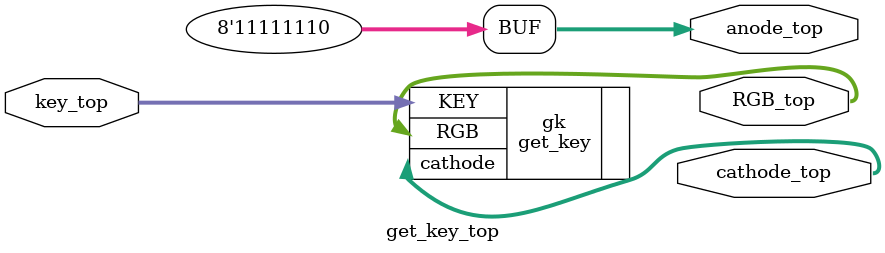
<source format=v>
`timescale 1ns / 1ps


module get_key_top(
    input [3:0] key_top,
    output [7:0] cathode_top,
    output [7:0] anode_top,
    output [2:0] RGB_top
    );
        
    get_key gk(.KEY(key_top), .RGB(RGB_top), .cathode(cathode_top));
    
    assign anode_top = 8'b11111110;

endmodule

</source>
